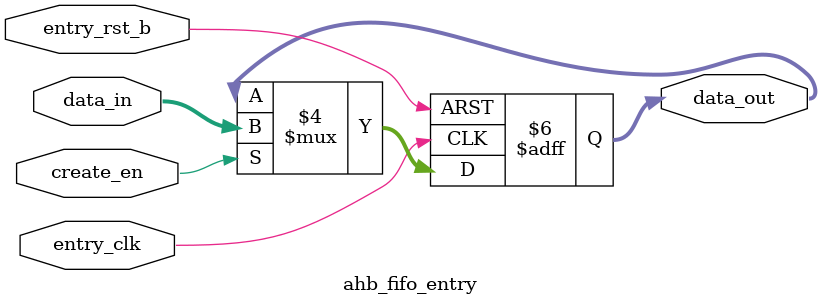
<source format=v>
module ahb_fifo_entry(
  create_en,
  data_in,
  data_out,
  entry_clk,
  entry_rst_b
);

// &Ports; @20
input           create_en;  
input   [54:0]  data_in;    
input           entry_clk;  
input           entry_rst_b; 
output  [54:0]  data_out;   

// &Regs; @21
reg     [54:0]  data_out;   

// &Wires; @22
wire            create_en;  
wire    [54:0]  data_in;    
wire            entry_clk;  
wire            entry_rst_b; 


always @(posedge entry_clk or negedge entry_rst_b)
begin
  if (!entry_rst_b)
    data_out[54:0] <= 54'b0;
  else if (create_en)
    data_out[54:0] <= data_in[54:0];
  else
    data_out[54:0] <= data_out[54:0];
end

// &Force("output","data_out"); @34




// &ModuleEnd; @39
endmodule



</source>
